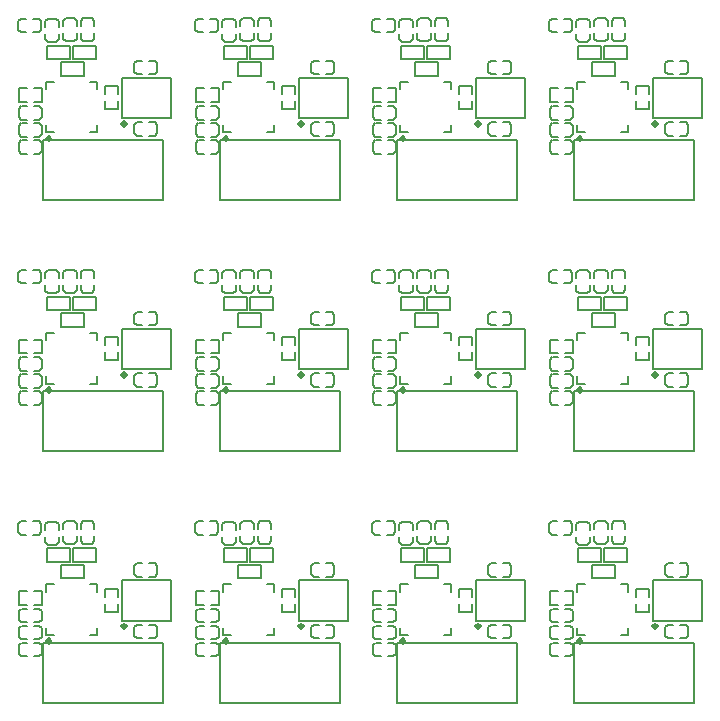
<source format=gto>
G04*
G04 #@! TF.GenerationSoftware,Altium Limited,Altium Designer,18.1.7 (191)*
G04*
G04 Layer_Color=65535*
%FSLAX25Y25*%
%MOIN*%
G70*
G01*
G75*
%ADD37C,0.00787*%
%ADD38C,0.01181*%
%ADD39C,0.00800*%
D37*
X169161Y200957D02*
X170028Y200091D01*
Y204618D02*
X169161Y203752D01*
X175972Y200091D02*
X176839Y200957D01*
Y203752D02*
X175972Y204618D01*
X178852Y233665D02*
X177986Y232799D01*
X182514D02*
X181648Y233665D01*
X177986Y226854D02*
X178852Y225988D01*
X181648D02*
X182514Y226854D01*
X176665Y232898D02*
X175799Y233764D01*
Y229236D02*
X176665Y230102D01*
X169854Y233764D02*
X168988Y232898D01*
Y230102D02*
X169854Y229236D01*
X176839Y198043D02*
X175972Y198909D01*
Y194382D02*
X176839Y195248D01*
X170028Y198909D02*
X169161Y198043D01*
Y195248D02*
X170028Y194382D01*
X176839Y192398D02*
X175972Y193264D01*
Y188736D02*
X176839Y189602D01*
X170028Y193264D02*
X169161Y192398D01*
Y189602D02*
X170028Y188736D01*
X187616Y226161D02*
X188482Y227028D01*
X183955D02*
X184821Y226161D01*
X188482Y232972D02*
X187616Y233839D01*
X184821D02*
X183955Y232972D01*
X193398Y226161D02*
X194264Y227028D01*
X189736D02*
X190602Y226161D01*
X194264Y232972D02*
X193398Y233839D01*
X190602D02*
X189736Y232972D01*
X215339Y218898D02*
X214472Y219764D01*
Y215236D02*
X215339Y216102D01*
X208528Y219764D02*
X207661Y218898D01*
Y216102D02*
X208528Y215236D01*
X207661Y195602D02*
X208528Y194736D01*
Y199264D02*
X207661Y198398D01*
X214472Y194736D02*
X215339Y195602D01*
Y198398D02*
X214472Y199264D01*
X186339Y220236D02*
Y224764D01*
X178661D02*
X186339D01*
X178661Y220236D02*
Y224764D01*
Y220236D02*
X186339D01*
X177150Y193300D02*
X217150D01*
X177150Y173300D02*
X217150D01*
Y193300D01*
X177150Y173300D02*
Y193300D01*
X176839Y205996D02*
Y210524D01*
X169161Y205996D02*
Y210524D01*
X174181Y205996D02*
X176839D01*
X169161D02*
X171819D01*
X174181Y210524D02*
X176839D01*
X169161D02*
X171819D01*
X169161Y200957D02*
Y203752D01*
X170047Y200091D02*
X171819D01*
X170047Y204618D02*
X171819D01*
X174181Y200091D02*
X175953D01*
X174181Y204618D02*
X175953D01*
X176839Y200957D02*
Y203752D01*
X195215Y195835D02*
Y198296D01*
X192754Y195835D02*
X195215D01*
Y210304D02*
Y212765D01*
X192754D02*
X195215D01*
X178285D02*
X180746D01*
X178285Y210304D02*
Y212765D01*
Y195835D02*
Y198296D01*
Y195835D02*
X180746D01*
X178852Y233665D02*
X181648D01*
X177986Y231008D02*
Y232780D01*
X182514Y231008D02*
Y232780D01*
X177986Y226874D02*
Y228646D01*
X182514Y226874D02*
Y228646D01*
X178852Y225988D02*
X181648D01*
X190839Y214736D02*
Y219264D01*
X183161D02*
X190839D01*
X183161Y214736D02*
Y219264D01*
Y214736D02*
X190839D01*
X176665Y230102D02*
Y232898D01*
X174008Y233764D02*
X175779D01*
X174008Y229236D02*
X175779D01*
X169874Y233764D02*
X171646D01*
X169874Y229236D02*
X171646D01*
X168988Y230102D02*
Y232898D01*
X176839Y195248D02*
Y198043D01*
X174181Y198909D02*
X175953D01*
X174181Y194382D02*
X175953D01*
X170047Y198909D02*
X171819D01*
X170047Y194382D02*
X171819D01*
X169161Y195248D02*
Y198043D01*
X176839Y189602D02*
Y192398D01*
X174181Y193264D02*
X175953D01*
X174181Y188736D02*
X175953D01*
X170047Y193264D02*
X171819D01*
X170047Y188736D02*
X171819D01*
X169161Y189602D02*
Y192398D01*
X187335Y220236D02*
Y224764D01*
Y220236D02*
X195012D01*
Y224764D01*
X187335D02*
X195012D01*
X197736Y203661D02*
X202264D01*
X197736Y211339D02*
X202264D01*
X197736Y203661D02*
Y206319D01*
Y208681D02*
Y211339D01*
X202264Y203661D02*
Y206319D01*
Y208681D02*
Y211339D01*
X184821Y226161D02*
X187616D01*
X188482Y227047D02*
Y228819D01*
X183955Y227047D02*
Y228819D01*
X188482Y231181D02*
Y232953D01*
X183955Y231181D02*
Y232953D01*
X184821Y233839D02*
X187616D01*
X190602Y226161D02*
X193398D01*
X194264Y227047D02*
Y228819D01*
X189736Y227047D02*
Y228819D01*
X194264Y231181D02*
Y232953D01*
X189736Y231181D02*
Y232953D01*
X190602Y233839D02*
X193398D01*
X215339Y216102D02*
Y218898D01*
X212681Y219764D02*
X214453D01*
X212681Y215236D02*
X214453D01*
X208547Y219764D02*
X210319D01*
X208547Y215236D02*
X210319D01*
X207661Y216102D02*
Y218898D01*
X207661Y195602D02*
Y198398D01*
X208547Y194736D02*
X210319D01*
X208547Y199264D02*
X210319D01*
X212681Y194736D02*
X214453D01*
X212681Y199264D02*
X214453D01*
X215339Y195602D02*
Y198398D01*
X228161Y200957D02*
X229028Y200091D01*
Y204618D02*
X228161Y203752D01*
X234972Y200091D02*
X235839Y200957D01*
Y203752D02*
X234972Y204618D01*
X237852Y233665D02*
X236986Y232799D01*
X241514D02*
X240648Y233665D01*
X236986Y226854D02*
X237852Y225988D01*
X240648D02*
X241514Y226854D01*
X235665Y232898D02*
X234799Y233764D01*
Y229236D02*
X235665Y230102D01*
X228854Y233764D02*
X227988Y232898D01*
Y230102D02*
X228854Y229236D01*
X235839Y198043D02*
X234972Y198909D01*
Y194382D02*
X235839Y195248D01*
X229028Y198909D02*
X228161Y198043D01*
Y195248D02*
X229028Y194382D01*
X235839Y192398D02*
X234972Y193264D01*
Y188736D02*
X235839Y189602D01*
X229028Y193264D02*
X228161Y192398D01*
Y189602D02*
X229028Y188736D01*
X246616Y226161D02*
X247482Y227028D01*
X242955D02*
X243821Y226161D01*
X247482Y232972D02*
X246616Y233839D01*
X243821D02*
X242955Y232972D01*
X252398Y226161D02*
X253264Y227028D01*
X248736D02*
X249602Y226161D01*
X253264Y232972D02*
X252398Y233839D01*
X249602D02*
X248736Y232972D01*
X274339Y218898D02*
X273472Y219764D01*
Y215236D02*
X274339Y216102D01*
X267528Y219764D02*
X266661Y218898D01*
Y216102D02*
X267528Y215236D01*
X266661Y195602D02*
X267528Y194736D01*
Y199264D02*
X266661Y198398D01*
X273472Y194736D02*
X274339Y195602D01*
Y198398D02*
X273472Y199264D01*
X245339Y220236D02*
Y224764D01*
X237661D02*
X245339D01*
X237661Y220236D02*
Y224764D01*
Y220236D02*
X245339D01*
X236150Y193300D02*
X276150D01*
X236150Y173300D02*
X276150D01*
Y193300D01*
X236150Y173300D02*
Y193300D01*
X235839Y205996D02*
Y210524D01*
X228161Y205996D02*
Y210524D01*
X233181Y205996D02*
X235839D01*
X228161D02*
X230819D01*
X233181Y210524D02*
X235839D01*
X228161D02*
X230819D01*
X228161Y200957D02*
Y203752D01*
X229047Y200091D02*
X230819D01*
X229047Y204618D02*
X230819D01*
X233181Y200091D02*
X234953D01*
X233181Y204618D02*
X234953D01*
X235839Y200957D02*
Y203752D01*
X254215Y195835D02*
Y198296D01*
X251754Y195835D02*
X254215D01*
Y210304D02*
Y212765D01*
X251754D02*
X254215D01*
X237285D02*
X239746D01*
X237285Y210304D02*
Y212765D01*
Y195835D02*
Y198296D01*
Y195835D02*
X239746D01*
X237852Y233665D02*
X240648D01*
X236986Y231008D02*
Y232780D01*
X241514Y231008D02*
Y232780D01*
X236986Y226874D02*
Y228646D01*
X241514Y226874D02*
Y228646D01*
X237852Y225988D02*
X240648D01*
X249839Y214736D02*
Y219264D01*
X242161D02*
X249839D01*
X242161Y214736D02*
Y219264D01*
Y214736D02*
X249839D01*
X235665Y230102D02*
Y232898D01*
X233008Y233764D02*
X234780D01*
X233008Y229236D02*
X234780D01*
X228874Y233764D02*
X230646D01*
X228874Y229236D02*
X230646D01*
X227988Y230102D02*
Y232898D01*
X235839Y195248D02*
Y198043D01*
X233181Y198909D02*
X234953D01*
X233181Y194382D02*
X234953D01*
X229047Y198909D02*
X230819D01*
X229047Y194382D02*
X230819D01*
X228161Y195248D02*
Y198043D01*
X235839Y189602D02*
Y192398D01*
X233181Y193264D02*
X234953D01*
X233181Y188736D02*
X234953D01*
X229047Y193264D02*
X230819D01*
X229047Y188736D02*
X230819D01*
X228161Y189602D02*
Y192398D01*
X246335Y220236D02*
Y224764D01*
Y220236D02*
X254012D01*
Y224764D01*
X246335D02*
X254012D01*
X256736Y203661D02*
X261264D01*
X256736Y211339D02*
X261264D01*
X256736Y203661D02*
Y206319D01*
Y208681D02*
Y211339D01*
X261264Y203661D02*
Y206319D01*
Y208681D02*
Y211339D01*
X243821Y226161D02*
X246616D01*
X247482Y227047D02*
Y228819D01*
X242955Y227047D02*
Y228819D01*
X247482Y231181D02*
Y232953D01*
X242955Y231181D02*
Y232953D01*
X243821Y233839D02*
X246616D01*
X249602Y226161D02*
X252398D01*
X253264Y227047D02*
Y228819D01*
X248736Y227047D02*
Y228819D01*
X253264Y231181D02*
Y232953D01*
X248736Y231181D02*
Y232953D01*
X249602Y233839D02*
X252398D01*
X274339Y216102D02*
Y218898D01*
X271681Y219764D02*
X273453D01*
X271681Y215236D02*
X273453D01*
X267547Y219764D02*
X269319D01*
X267547Y215236D02*
X269319D01*
X266661Y216102D02*
Y218898D01*
X266661Y195602D02*
Y198398D01*
X267547Y194736D02*
X269319D01*
X267547Y199264D02*
X269319D01*
X271681Y194736D02*
X273453D01*
X271681Y199264D02*
X273453D01*
X274339Y195602D02*
Y198398D01*
X287161Y200957D02*
X288028Y200091D01*
Y204618D02*
X287161Y203752D01*
X293972Y200091D02*
X294839Y200957D01*
Y203752D02*
X293972Y204618D01*
X296852Y233665D02*
X295986Y232799D01*
X300514D02*
X299648Y233665D01*
X295986Y226854D02*
X296852Y225988D01*
X299648D02*
X300514Y226854D01*
X294665Y232898D02*
X293799Y233764D01*
Y229236D02*
X294665Y230102D01*
X287854Y233764D02*
X286988Y232898D01*
Y230102D02*
X287854Y229236D01*
X294839Y198043D02*
X293972Y198909D01*
Y194382D02*
X294839Y195248D01*
X288028Y198909D02*
X287161Y198043D01*
Y195248D02*
X288028Y194382D01*
X294839Y192398D02*
X293972Y193264D01*
Y188736D02*
X294839Y189602D01*
X288028Y193264D02*
X287161Y192398D01*
Y189602D02*
X288028Y188736D01*
X305616Y226161D02*
X306482Y227028D01*
X301955D02*
X302821Y226161D01*
X306482Y232972D02*
X305616Y233839D01*
X302821D02*
X301955Y232972D01*
X311398Y226161D02*
X312264Y227028D01*
X307736D02*
X308602Y226161D01*
X312264Y232972D02*
X311398Y233839D01*
X308602D02*
X307736Y232972D01*
X333339Y218898D02*
X332472Y219764D01*
Y215236D02*
X333339Y216102D01*
X326528Y219764D02*
X325661Y218898D01*
Y216102D02*
X326528Y215236D01*
X325661Y195602D02*
X326528Y194736D01*
Y199264D02*
X325661Y198398D01*
X332472Y194736D02*
X333339Y195602D01*
Y198398D02*
X332472Y199264D01*
X304339Y220236D02*
Y224764D01*
X296661D02*
X304339D01*
X296661Y220236D02*
Y224764D01*
Y220236D02*
X304339D01*
X295150Y193300D02*
X335150D01*
X295150Y173300D02*
X335150D01*
Y193300D01*
X295150Y173300D02*
Y193300D01*
X294839Y205996D02*
Y210524D01*
X287161Y205996D02*
Y210524D01*
X292181Y205996D02*
X294839D01*
X287161D02*
X289819D01*
X292181Y210524D02*
X294839D01*
X287161D02*
X289819D01*
X287161Y200957D02*
Y203752D01*
X288047Y200091D02*
X289819D01*
X288047Y204618D02*
X289819D01*
X292181Y200091D02*
X293953D01*
X292181Y204618D02*
X293953D01*
X294839Y200957D02*
Y203752D01*
X313215Y195835D02*
Y198296D01*
X310754Y195835D02*
X313215D01*
Y210304D02*
Y212765D01*
X310754D02*
X313215D01*
X296285D02*
X298746D01*
X296285Y210304D02*
Y212765D01*
Y195835D02*
Y198296D01*
Y195835D02*
X298746D01*
X296852Y233665D02*
X299648D01*
X295986Y231008D02*
Y232780D01*
X300514Y231008D02*
Y232780D01*
X295986Y226874D02*
Y228646D01*
X300514Y226874D02*
Y228646D01*
X296852Y225988D02*
X299648D01*
X308839Y214736D02*
Y219264D01*
X301161D02*
X308839D01*
X301161Y214736D02*
Y219264D01*
Y214736D02*
X308839D01*
X294665Y230102D02*
Y232898D01*
X292008Y233764D02*
X293779D01*
X292008Y229236D02*
X293779D01*
X287874Y233764D02*
X289646D01*
X287874Y229236D02*
X289646D01*
X286988Y230102D02*
Y232898D01*
X294839Y195248D02*
Y198043D01*
X292181Y198909D02*
X293953D01*
X292181Y194382D02*
X293953D01*
X288047Y198909D02*
X289819D01*
X288047Y194382D02*
X289819D01*
X287161Y195248D02*
Y198043D01*
X294839Y189602D02*
Y192398D01*
X292181Y193264D02*
X293953D01*
X292181Y188736D02*
X293953D01*
X288047Y193264D02*
X289819D01*
X288047Y188736D02*
X289819D01*
X287161Y189602D02*
Y192398D01*
X305335Y220236D02*
Y224764D01*
Y220236D02*
X313012D01*
Y224764D01*
X305335D02*
X313012D01*
X315736Y203661D02*
X320264D01*
X315736Y211339D02*
X320264D01*
X315736Y203661D02*
Y206319D01*
Y208681D02*
Y211339D01*
X320264Y203661D02*
Y206319D01*
Y208681D02*
Y211339D01*
X302821Y226161D02*
X305616D01*
X306482Y227047D02*
Y228819D01*
X301955Y227047D02*
Y228819D01*
X306482Y231181D02*
Y232953D01*
X301955Y231181D02*
Y232953D01*
X302821Y233839D02*
X305616D01*
X308602Y226161D02*
X311398D01*
X312264Y227047D02*
Y228819D01*
X307736Y227047D02*
Y228819D01*
X312264Y231181D02*
Y232953D01*
X307736Y231181D02*
Y232953D01*
X308602Y233839D02*
X311398D01*
X333339Y216102D02*
Y218898D01*
X330681Y219764D02*
X332453D01*
X330681Y215236D02*
X332453D01*
X326547Y219764D02*
X328319D01*
X326547Y215236D02*
X328319D01*
X325661Y216102D02*
Y218898D01*
X325661Y195602D02*
Y198398D01*
X326547Y194736D02*
X328319D01*
X326547Y199264D02*
X328319D01*
X330681Y194736D02*
X332453D01*
X330681Y199264D02*
X332453D01*
X333339Y195602D02*
Y198398D01*
X346161Y200957D02*
X347028Y200091D01*
Y204618D02*
X346161Y203752D01*
X352972Y200091D02*
X353839Y200957D01*
Y203752D02*
X352972Y204618D01*
X355852Y233665D02*
X354986Y232799D01*
X359514D02*
X358648Y233665D01*
X354986Y226854D02*
X355852Y225988D01*
X358648D02*
X359514Y226854D01*
X353665Y232898D02*
X352799Y233764D01*
Y229236D02*
X353665Y230102D01*
X346854Y233764D02*
X345988Y232898D01*
Y230102D02*
X346854Y229236D01*
X353839Y198043D02*
X352972Y198909D01*
Y194382D02*
X353839Y195248D01*
X347028Y198909D02*
X346161Y198043D01*
Y195248D02*
X347028Y194382D01*
X353839Y192398D02*
X352972Y193264D01*
Y188736D02*
X353839Y189602D01*
X347028Y193264D02*
X346161Y192398D01*
Y189602D02*
X347028Y188736D01*
X364616Y226161D02*
X365482Y227028D01*
X360955D02*
X361821Y226161D01*
X365482Y232972D02*
X364616Y233839D01*
X361821D02*
X360955Y232972D01*
X370398Y226161D02*
X371264Y227028D01*
X366736D02*
X367602Y226161D01*
X371264Y232972D02*
X370398Y233839D01*
X367602D02*
X366736Y232972D01*
X392339Y218898D02*
X391472Y219764D01*
Y215236D02*
X392339Y216102D01*
X385528Y219764D02*
X384661Y218898D01*
Y216102D02*
X385528Y215236D01*
X384661Y195602D02*
X385528Y194736D01*
Y199264D02*
X384661Y198398D01*
X391472Y194736D02*
X392339Y195602D01*
Y198398D02*
X391472Y199264D01*
X363339Y220236D02*
Y224764D01*
X355661D02*
X363339D01*
X355661Y220236D02*
Y224764D01*
Y220236D02*
X363339D01*
X354150Y193300D02*
X394150D01*
X354150Y173300D02*
X394150D01*
Y193300D01*
X354150Y173300D02*
Y193300D01*
X353839Y205996D02*
Y210524D01*
X346161Y205996D02*
Y210524D01*
X351181Y205996D02*
X353839D01*
X346161D02*
X348819D01*
X351181Y210524D02*
X353839D01*
X346161D02*
X348819D01*
X346161Y200957D02*
Y203752D01*
X347047Y200091D02*
X348819D01*
X347047Y204618D02*
X348819D01*
X351181Y200091D02*
X352953D01*
X351181Y204618D02*
X352953D01*
X353839Y200957D02*
Y203752D01*
X372215Y195835D02*
Y198296D01*
X369754Y195835D02*
X372215D01*
Y210304D02*
Y212765D01*
X369754D02*
X372215D01*
X355285D02*
X357746D01*
X355285Y210304D02*
Y212765D01*
Y195835D02*
Y198296D01*
Y195835D02*
X357746D01*
X355852Y233665D02*
X358648D01*
X354986Y231008D02*
Y232780D01*
X359514Y231008D02*
Y232780D01*
X354986Y226874D02*
Y228646D01*
X359514Y226874D02*
Y228646D01*
X355852Y225988D02*
X358648D01*
X367839Y214736D02*
Y219264D01*
X360161D02*
X367839D01*
X360161Y214736D02*
Y219264D01*
Y214736D02*
X367839D01*
X353665Y230102D02*
Y232898D01*
X351008Y233764D02*
X352780D01*
X351008Y229236D02*
X352780D01*
X346874Y233764D02*
X348646D01*
X346874Y229236D02*
X348646D01*
X345988Y230102D02*
Y232898D01*
X353839Y195248D02*
Y198043D01*
X351181Y198909D02*
X352953D01*
X351181Y194382D02*
X352953D01*
X347047Y198909D02*
X348819D01*
X347047Y194382D02*
X348819D01*
X346161Y195248D02*
Y198043D01*
X353839Y189602D02*
Y192398D01*
X351181Y193264D02*
X352953D01*
X351181Y188736D02*
X352953D01*
X347047Y193264D02*
X348819D01*
X347047Y188736D02*
X348819D01*
X346161Y189602D02*
Y192398D01*
X364335Y220236D02*
Y224764D01*
Y220236D02*
X372012D01*
Y224764D01*
X364335D02*
X372012D01*
X374736Y203661D02*
X379264D01*
X374736Y211339D02*
X379264D01*
X374736Y203661D02*
Y206319D01*
Y208681D02*
Y211339D01*
X379264Y203661D02*
Y206319D01*
Y208681D02*
Y211339D01*
X361821Y226161D02*
X364616D01*
X365482Y227047D02*
Y228819D01*
X360955Y227047D02*
Y228819D01*
X365482Y231181D02*
Y232953D01*
X360955Y231181D02*
Y232953D01*
X361821Y233839D02*
X364616D01*
X367602Y226161D02*
X370398D01*
X371264Y227047D02*
Y228819D01*
X366736Y227047D02*
Y228819D01*
X371264Y231181D02*
Y232953D01*
X366736Y231181D02*
Y232953D01*
X367602Y233839D02*
X370398D01*
X392339Y216102D02*
Y218898D01*
X389681Y219764D02*
X391453D01*
X389681Y215236D02*
X391453D01*
X385547Y219764D02*
X387319D01*
X385547Y215236D02*
X387319D01*
X384661Y216102D02*
Y218898D01*
X384661Y195602D02*
Y198398D01*
X385547Y194736D02*
X387319D01*
X385547Y199264D02*
X387319D01*
X389681Y194736D02*
X391453D01*
X389681Y199264D02*
X391453D01*
X392339Y195602D02*
Y198398D01*
X169161Y284738D02*
X170028Y283872D01*
Y288400D02*
X169161Y287534D01*
X175972Y283872D02*
X176839Y284738D01*
Y287534D02*
X175972Y288400D01*
X178852Y317447D02*
X177986Y316581D01*
X182514D02*
X181648Y317447D01*
X177986Y310636D02*
X178852Y309770D01*
X181648D02*
X182514Y310636D01*
X176665Y316679D02*
X175799Y317546D01*
Y313018D02*
X176665Y313884D01*
X169854Y317546D02*
X168988Y316679D01*
Y313884D02*
X169854Y313018D01*
X176839Y281825D02*
X175972Y282691D01*
Y278164D02*
X176839Y279030D01*
X170028Y282691D02*
X169161Y281825D01*
Y279030D02*
X170028Y278164D01*
X176839Y276179D02*
X175972Y277045D01*
Y272518D02*
X176839Y273384D01*
X170028Y277045D02*
X169161Y276179D01*
Y273384D02*
X170028Y272518D01*
X187616Y309943D02*
X188482Y310809D01*
X183955D02*
X184821Y309943D01*
X188482Y316754D02*
X187616Y317620D01*
X184821D02*
X183955Y316754D01*
X193398Y309943D02*
X194264Y310809D01*
X189736D02*
X190602Y309943D01*
X194264Y316754D02*
X193398Y317620D01*
X190602D02*
X189736Y316754D01*
X215339Y302679D02*
X214472Y303545D01*
Y299018D02*
X215339Y299884D01*
X208528Y303545D02*
X207661Y302679D01*
Y299884D02*
X208528Y299018D01*
X207661Y279384D02*
X208528Y278518D01*
Y283046D02*
X207661Y282179D01*
X214472Y278518D02*
X215339Y279384D01*
Y282179D02*
X214472Y283046D01*
X186339Y304018D02*
Y308545D01*
X178661D02*
X186339D01*
X178661Y304018D02*
Y308545D01*
Y304018D02*
X186339D01*
X177150Y277082D02*
X217150D01*
X177150Y257082D02*
X217150D01*
Y277082D01*
X177150Y257082D02*
Y277082D01*
X176839Y289778D02*
Y294305D01*
X169161Y289778D02*
Y294305D01*
X174181Y289778D02*
X176839D01*
X169161D02*
X171819D01*
X174181Y294305D02*
X176839D01*
X169161D02*
X171819D01*
X169161Y284738D02*
Y287534D01*
X170047Y283872D02*
X171819D01*
X170047Y288400D02*
X171819D01*
X174181Y283872D02*
X175953D01*
X174181Y288400D02*
X175953D01*
X176839Y284738D02*
Y287534D01*
X195215Y279617D02*
Y282078D01*
X192754Y279617D02*
X195215D01*
Y294086D02*
Y296546D01*
X192754D02*
X195215D01*
X178285D02*
X180746D01*
X178285Y294086D02*
Y296546D01*
Y279617D02*
Y282078D01*
Y279617D02*
X180746D01*
X178852Y317447D02*
X181648D01*
X177986Y314790D02*
Y316561D01*
X182514Y314790D02*
Y316561D01*
X177986Y310656D02*
Y312427D01*
X182514Y310656D02*
Y312427D01*
X178852Y309770D02*
X181648D01*
X190839Y298518D02*
Y303046D01*
X183161D02*
X190839D01*
X183161Y298518D02*
Y303046D01*
Y298518D02*
X190839D01*
X176665Y313884D02*
Y316679D01*
X174008Y317546D02*
X175779D01*
X174008Y313018D02*
X175779D01*
X169874Y317546D02*
X171646D01*
X169874Y313018D02*
X171646D01*
X168988Y313884D02*
Y316679D01*
X176839Y279030D02*
Y281825D01*
X174181Y282691D02*
X175953D01*
X174181Y278164D02*
X175953D01*
X170047Y282691D02*
X171819D01*
X170047Y278164D02*
X171819D01*
X169161Y279030D02*
Y281825D01*
X176839Y273384D02*
Y276179D01*
X174181Y277045D02*
X175953D01*
X174181Y272518D02*
X175953D01*
X170047Y277045D02*
X171819D01*
X170047Y272518D02*
X171819D01*
X169161Y273384D02*
Y276179D01*
X187335Y304018D02*
Y308545D01*
Y304018D02*
X195012D01*
Y308545D01*
X187335D02*
X195012D01*
X197736Y287443D02*
X202264D01*
X197736Y295120D02*
X202264D01*
X197736Y287443D02*
Y290101D01*
Y292463D02*
Y295120D01*
X202264Y287443D02*
Y290101D01*
Y292463D02*
Y295120D01*
X184821Y309943D02*
X187616D01*
X188482Y310829D02*
Y312601D01*
X183955Y310829D02*
Y312601D01*
X188482Y314963D02*
Y316735D01*
X183955Y314963D02*
Y316735D01*
X184821Y317620D02*
X187616D01*
X190602Y309943D02*
X193398D01*
X194264Y310829D02*
Y312601D01*
X189736Y310829D02*
Y312601D01*
X194264Y314963D02*
Y316735D01*
X189736Y314963D02*
Y316735D01*
X190602Y317620D02*
X193398D01*
X215339Y299884D02*
Y302679D01*
X212681Y303545D02*
X214453D01*
X212681Y299018D02*
X214453D01*
X208547Y303545D02*
X210319D01*
X208547Y299018D02*
X210319D01*
X207661Y299884D02*
Y302679D01*
X207661Y279384D02*
Y282179D01*
X208547Y278518D02*
X210319D01*
X208547Y283046D02*
X210319D01*
X212681Y278518D02*
X214453D01*
X212681Y283046D02*
X214453D01*
X215339Y279384D02*
Y282179D01*
X228161Y284738D02*
X229028Y283872D01*
Y288400D02*
X228161Y287534D01*
X234972Y283872D02*
X235839Y284738D01*
Y287534D02*
X234972Y288400D01*
X237852Y317447D02*
X236986Y316581D01*
X241514D02*
X240648Y317447D01*
X236986Y310636D02*
X237852Y309770D01*
X240648D02*
X241514Y310636D01*
X235665Y316679D02*
X234799Y317546D01*
Y313018D02*
X235665Y313884D01*
X228854Y317546D02*
X227988Y316679D01*
Y313884D02*
X228854Y313018D01*
X235839Y281825D02*
X234972Y282691D01*
Y278164D02*
X235839Y279030D01*
X229028Y282691D02*
X228161Y281825D01*
Y279030D02*
X229028Y278164D01*
X235839Y276179D02*
X234972Y277045D01*
Y272518D02*
X235839Y273384D01*
X229028Y277045D02*
X228161Y276179D01*
Y273384D02*
X229028Y272518D01*
X246616Y309943D02*
X247482Y310809D01*
X242955D02*
X243821Y309943D01*
X247482Y316754D02*
X246616Y317620D01*
X243821D02*
X242955Y316754D01*
X252398Y309943D02*
X253264Y310809D01*
X248736D02*
X249602Y309943D01*
X253264Y316754D02*
X252398Y317620D01*
X249602D02*
X248736Y316754D01*
X274339Y302679D02*
X273472Y303545D01*
Y299018D02*
X274339Y299884D01*
X267528Y303545D02*
X266661Y302679D01*
Y299884D02*
X267528Y299018D01*
X266661Y279384D02*
X267528Y278518D01*
Y283046D02*
X266661Y282179D01*
X273472Y278518D02*
X274339Y279384D01*
Y282179D02*
X273472Y283046D01*
X245339Y304018D02*
Y308545D01*
X237661D02*
X245339D01*
X237661Y304018D02*
Y308545D01*
Y304018D02*
X245339D01*
X236150Y277082D02*
X276150D01*
X236150Y257082D02*
X276150D01*
Y277082D01*
X236150Y257082D02*
Y277082D01*
X235839Y289778D02*
Y294305D01*
X228161Y289778D02*
Y294305D01*
X233181Y289778D02*
X235839D01*
X228161D02*
X230819D01*
X233181Y294305D02*
X235839D01*
X228161D02*
X230819D01*
X228161Y284738D02*
Y287534D01*
X229047Y283872D02*
X230819D01*
X229047Y288400D02*
X230819D01*
X233181Y283872D02*
X234953D01*
X233181Y288400D02*
X234953D01*
X235839Y284738D02*
Y287534D01*
X254215Y279617D02*
Y282078D01*
X251754Y279617D02*
X254215D01*
Y294086D02*
Y296546D01*
X251754D02*
X254215D01*
X237285D02*
X239746D01*
X237285Y294086D02*
Y296546D01*
Y279617D02*
Y282078D01*
Y279617D02*
X239746D01*
X237852Y317447D02*
X240648D01*
X236986Y314790D02*
Y316561D01*
X241514Y314790D02*
Y316561D01*
X236986Y310656D02*
Y312427D01*
X241514Y310656D02*
Y312427D01*
X237852Y309770D02*
X240648D01*
X249839Y298518D02*
Y303046D01*
X242161D02*
X249839D01*
X242161Y298518D02*
Y303046D01*
Y298518D02*
X249839D01*
X235665Y313884D02*
Y316679D01*
X233008Y317546D02*
X234780D01*
X233008Y313018D02*
X234780D01*
X228874Y317546D02*
X230646D01*
X228874Y313018D02*
X230646D01*
X227988Y313884D02*
Y316679D01*
X235839Y279030D02*
Y281825D01*
X233181Y282691D02*
X234953D01*
X233181Y278164D02*
X234953D01*
X229047Y282691D02*
X230819D01*
X229047Y278164D02*
X230819D01*
X228161Y279030D02*
Y281825D01*
X235839Y273384D02*
Y276179D01*
X233181Y277045D02*
X234953D01*
X233181Y272518D02*
X234953D01*
X229047Y277045D02*
X230819D01*
X229047Y272518D02*
X230819D01*
X228161Y273384D02*
Y276179D01*
X246335Y304018D02*
Y308545D01*
Y304018D02*
X254012D01*
Y308545D01*
X246335D02*
X254012D01*
X256736Y287443D02*
X261264D01*
X256736Y295120D02*
X261264D01*
X256736Y287443D02*
Y290101D01*
Y292463D02*
Y295120D01*
X261264Y287443D02*
Y290101D01*
Y292463D02*
Y295120D01*
X243821Y309943D02*
X246616D01*
X247482Y310829D02*
Y312601D01*
X242955Y310829D02*
Y312601D01*
X247482Y314963D02*
Y316735D01*
X242955Y314963D02*
Y316735D01*
X243821Y317620D02*
X246616D01*
X249602Y309943D02*
X252398D01*
X253264Y310829D02*
Y312601D01*
X248736Y310829D02*
Y312601D01*
X253264Y314963D02*
Y316735D01*
X248736Y314963D02*
Y316735D01*
X249602Y317620D02*
X252398D01*
X274339Y299884D02*
Y302679D01*
X271681Y303545D02*
X273453D01*
X271681Y299018D02*
X273453D01*
X267547Y303545D02*
X269319D01*
X267547Y299018D02*
X269319D01*
X266661Y299884D02*
Y302679D01*
X266661Y279384D02*
Y282179D01*
X267547Y278518D02*
X269319D01*
X267547Y283046D02*
X269319D01*
X271681Y278518D02*
X273453D01*
X271681Y283046D02*
X273453D01*
X274339Y279384D02*
Y282179D01*
X287161Y284738D02*
X288028Y283872D01*
Y288400D02*
X287161Y287534D01*
X293972Y283872D02*
X294839Y284738D01*
Y287534D02*
X293972Y288400D01*
X296852Y317447D02*
X295986Y316581D01*
X300514D02*
X299648Y317447D01*
X295986Y310636D02*
X296852Y309770D01*
X299648D02*
X300514Y310636D01*
X294665Y316679D02*
X293799Y317546D01*
Y313018D02*
X294665Y313884D01*
X287854Y317546D02*
X286988Y316679D01*
Y313884D02*
X287854Y313018D01*
X294839Y281825D02*
X293972Y282691D01*
Y278164D02*
X294839Y279030D01*
X288028Y282691D02*
X287161Y281825D01*
Y279030D02*
X288028Y278164D01*
X294839Y276179D02*
X293972Y277045D01*
Y272518D02*
X294839Y273384D01*
X288028Y277045D02*
X287161Y276179D01*
Y273384D02*
X288028Y272518D01*
X305616Y309943D02*
X306482Y310809D01*
X301955D02*
X302821Y309943D01*
X306482Y316754D02*
X305616Y317620D01*
X302821D02*
X301955Y316754D01*
X311398Y309943D02*
X312264Y310809D01*
X307736D02*
X308602Y309943D01*
X312264Y316754D02*
X311398Y317620D01*
X308602D02*
X307736Y316754D01*
X333339Y302679D02*
X332472Y303545D01*
Y299018D02*
X333339Y299884D01*
X326528Y303545D02*
X325661Y302679D01*
Y299884D02*
X326528Y299018D01*
X325661Y279384D02*
X326528Y278518D01*
Y283046D02*
X325661Y282179D01*
X332472Y278518D02*
X333339Y279384D01*
Y282179D02*
X332472Y283046D01*
X304339Y304018D02*
Y308545D01*
X296661D02*
X304339D01*
X296661Y304018D02*
Y308545D01*
Y304018D02*
X304339D01*
X295150Y277082D02*
X335150D01*
X295150Y257082D02*
X335150D01*
Y277082D01*
X295150Y257082D02*
Y277082D01*
X294839Y289778D02*
Y294305D01*
X287161Y289778D02*
Y294305D01*
X292181Y289778D02*
X294839D01*
X287161D02*
X289819D01*
X292181Y294305D02*
X294839D01*
X287161D02*
X289819D01*
X287161Y284738D02*
Y287534D01*
X288047Y283872D02*
X289819D01*
X288047Y288400D02*
X289819D01*
X292181Y283872D02*
X293953D01*
X292181Y288400D02*
X293953D01*
X294839Y284738D02*
Y287534D01*
X313215Y279617D02*
Y282078D01*
X310754Y279617D02*
X313215D01*
Y294086D02*
Y296546D01*
X310754D02*
X313215D01*
X296285D02*
X298746D01*
X296285Y294086D02*
Y296546D01*
Y279617D02*
Y282078D01*
Y279617D02*
X298746D01*
X296852Y317447D02*
X299648D01*
X295986Y314790D02*
Y316561D01*
X300514Y314790D02*
Y316561D01*
X295986Y310656D02*
Y312427D01*
X300514Y310656D02*
Y312427D01*
X296852Y309770D02*
X299648D01*
X308839Y298518D02*
Y303046D01*
X301161D02*
X308839D01*
X301161Y298518D02*
Y303046D01*
Y298518D02*
X308839D01*
X294665Y313884D02*
Y316679D01*
X292008Y317546D02*
X293779D01*
X292008Y313018D02*
X293779D01*
X287874Y317546D02*
X289646D01*
X287874Y313018D02*
X289646D01*
X286988Y313884D02*
Y316679D01*
X294839Y279030D02*
Y281825D01*
X292181Y282691D02*
X293953D01*
X292181Y278164D02*
X293953D01*
X288047Y282691D02*
X289819D01*
X288047Y278164D02*
X289819D01*
X287161Y279030D02*
Y281825D01*
X294839Y273384D02*
Y276179D01*
X292181Y277045D02*
X293953D01*
X292181Y272518D02*
X293953D01*
X288047Y277045D02*
X289819D01*
X288047Y272518D02*
X289819D01*
X287161Y273384D02*
Y276179D01*
X305335Y304018D02*
Y308545D01*
Y304018D02*
X313012D01*
Y308545D01*
X305335D02*
X313012D01*
X315736Y287443D02*
X320264D01*
X315736Y295120D02*
X320264D01*
X315736Y287443D02*
Y290101D01*
Y292463D02*
Y295120D01*
X320264Y287443D02*
Y290101D01*
Y292463D02*
Y295120D01*
X302821Y309943D02*
X305616D01*
X306482Y310829D02*
Y312601D01*
X301955Y310829D02*
Y312601D01*
X306482Y314963D02*
Y316735D01*
X301955Y314963D02*
Y316735D01*
X302821Y317620D02*
X305616D01*
X308602Y309943D02*
X311398D01*
X312264Y310829D02*
Y312601D01*
X307736Y310829D02*
Y312601D01*
X312264Y314963D02*
Y316735D01*
X307736Y314963D02*
Y316735D01*
X308602Y317620D02*
X311398D01*
X333339Y299884D02*
Y302679D01*
X330681Y303545D02*
X332453D01*
X330681Y299018D02*
X332453D01*
X326547Y303545D02*
X328319D01*
X326547Y299018D02*
X328319D01*
X325661Y299884D02*
Y302679D01*
X325661Y279384D02*
Y282179D01*
X326547Y278518D02*
X328319D01*
X326547Y283046D02*
X328319D01*
X330681Y278518D02*
X332453D01*
X330681Y283046D02*
X332453D01*
X333339Y279384D02*
Y282179D01*
X346161Y284738D02*
X347028Y283872D01*
Y288400D02*
X346161Y287534D01*
X352972Y283872D02*
X353839Y284738D01*
Y287534D02*
X352972Y288400D01*
X355852Y317447D02*
X354986Y316581D01*
X359514D02*
X358648Y317447D01*
X354986Y310636D02*
X355852Y309770D01*
X358648D02*
X359514Y310636D01*
X353665Y316679D02*
X352799Y317546D01*
Y313018D02*
X353665Y313884D01*
X346854Y317546D02*
X345988Y316679D01*
Y313884D02*
X346854Y313018D01*
X353839Y281825D02*
X352972Y282691D01*
Y278164D02*
X353839Y279030D01*
X347028Y282691D02*
X346161Y281825D01*
Y279030D02*
X347028Y278164D01*
X353839Y276179D02*
X352972Y277045D01*
Y272518D02*
X353839Y273384D01*
X347028Y277045D02*
X346161Y276179D01*
Y273384D02*
X347028Y272518D01*
X364616Y309943D02*
X365482Y310809D01*
X360955D02*
X361821Y309943D01*
X365482Y316754D02*
X364616Y317620D01*
X361821D02*
X360955Y316754D01*
X370398Y309943D02*
X371264Y310809D01*
X366736D02*
X367602Y309943D01*
X371264Y316754D02*
X370398Y317620D01*
X367602D02*
X366736Y316754D01*
X392339Y302679D02*
X391472Y303545D01*
Y299018D02*
X392339Y299884D01*
X385528Y303545D02*
X384661Y302679D01*
Y299884D02*
X385528Y299018D01*
X384661Y279384D02*
X385528Y278518D01*
Y283046D02*
X384661Y282179D01*
X391472Y278518D02*
X392339Y279384D01*
Y282179D02*
X391472Y283046D01*
X363339Y304018D02*
Y308545D01*
X355661D02*
X363339D01*
X355661Y304018D02*
Y308545D01*
Y304018D02*
X363339D01*
X354150Y277082D02*
X394150D01*
X354150Y257082D02*
X394150D01*
Y277082D01*
X354150Y257082D02*
Y277082D01*
X353839Y289778D02*
Y294305D01*
X346161Y289778D02*
Y294305D01*
X351181Y289778D02*
X353839D01*
X346161D02*
X348819D01*
X351181Y294305D02*
X353839D01*
X346161D02*
X348819D01*
X346161Y284738D02*
Y287534D01*
X347047Y283872D02*
X348819D01*
X347047Y288400D02*
X348819D01*
X351181Y283872D02*
X352953D01*
X351181Y288400D02*
X352953D01*
X353839Y284738D02*
Y287534D01*
X372215Y279617D02*
Y282078D01*
X369754Y279617D02*
X372215D01*
Y294086D02*
Y296546D01*
X369754D02*
X372215D01*
X355285D02*
X357746D01*
X355285Y294086D02*
Y296546D01*
Y279617D02*
Y282078D01*
Y279617D02*
X357746D01*
X355852Y317447D02*
X358648D01*
X354986Y314790D02*
Y316561D01*
X359514Y314790D02*
Y316561D01*
X354986Y310656D02*
Y312427D01*
X359514Y310656D02*
Y312427D01*
X355852Y309770D02*
X358648D01*
X367839Y298518D02*
Y303046D01*
X360161D02*
X367839D01*
X360161Y298518D02*
Y303046D01*
Y298518D02*
X367839D01*
X353665Y313884D02*
Y316679D01*
X351008Y317546D02*
X352780D01*
X351008Y313018D02*
X352780D01*
X346874Y317546D02*
X348646D01*
X346874Y313018D02*
X348646D01*
X345988Y313884D02*
Y316679D01*
X353839Y279030D02*
Y281825D01*
X351181Y282691D02*
X352953D01*
X351181Y278164D02*
X352953D01*
X347047Y282691D02*
X348819D01*
X347047Y278164D02*
X348819D01*
X346161Y279030D02*
Y281825D01*
X353839Y273384D02*
Y276179D01*
X351181Y277045D02*
X352953D01*
X351181Y272518D02*
X352953D01*
X347047Y277045D02*
X348819D01*
X347047Y272518D02*
X348819D01*
X346161Y273384D02*
Y276179D01*
X364335Y304018D02*
Y308545D01*
Y304018D02*
X372012D01*
Y308545D01*
X364335D02*
X372012D01*
X374736Y287443D02*
X379264D01*
X374736Y295120D02*
X379264D01*
X374736Y287443D02*
Y290101D01*
Y292463D02*
Y295120D01*
X379264Y287443D02*
Y290101D01*
Y292463D02*
Y295120D01*
X361821Y309943D02*
X364616D01*
X365482Y310829D02*
Y312601D01*
X360955Y310829D02*
Y312601D01*
X365482Y314963D02*
Y316735D01*
X360955Y314963D02*
Y316735D01*
X361821Y317620D02*
X364616D01*
X367602Y309943D02*
X370398D01*
X371264Y310829D02*
Y312601D01*
X366736Y310829D02*
Y312601D01*
X371264Y314963D02*
Y316735D01*
X366736Y314963D02*
Y316735D01*
X367602Y317620D02*
X370398D01*
X392339Y299884D02*
Y302679D01*
X389681Y303545D02*
X391453D01*
X389681Y299018D02*
X391453D01*
X385547Y303545D02*
X387319D01*
X385547Y299018D02*
X387319D01*
X384661Y299884D02*
Y302679D01*
X384661Y279384D02*
Y282179D01*
X385547Y278518D02*
X387319D01*
X385547Y283046D02*
X387319D01*
X389681Y278518D02*
X391453D01*
X389681Y283046D02*
X391453D01*
X392339Y279384D02*
Y282179D01*
X169161Y368520D02*
X170028Y367654D01*
Y372182D02*
X169161Y371316D01*
X175972Y367654D02*
X176839Y368520D01*
Y371316D02*
X175972Y372182D01*
X178852Y401229D02*
X177986Y400363D01*
X182514D02*
X181648Y401229D01*
X177986Y394418D02*
X178852Y393552D01*
X181648D02*
X182514Y394418D01*
X176665Y400461D02*
X175799Y401327D01*
Y396800D02*
X176665Y397666D01*
X169854Y401327D02*
X168988Y400461D01*
Y397666D02*
X169854Y396800D01*
X176839Y365607D02*
X175972Y366473D01*
Y361945D02*
X176839Y362811D01*
X170028Y366473D02*
X169161Y365607D01*
Y362812D02*
X170028Y361945D01*
X176839Y359961D02*
X175972Y360827D01*
Y356300D02*
X176839Y357166D01*
X170028Y360827D02*
X169161Y359961D01*
Y357166D02*
X170028Y356300D01*
X187616Y393725D02*
X188482Y394591D01*
X183955D02*
X184821Y393725D01*
X188482Y400536D02*
X187616Y401402D01*
X184821D02*
X183955Y400536D01*
X193398Y393725D02*
X194264Y394591D01*
X189736D02*
X190602Y393725D01*
X194264Y400536D02*
X193398Y401402D01*
X190602D02*
X189736Y400536D01*
X215339Y386461D02*
X214472Y387327D01*
Y382800D02*
X215339Y383666D01*
X208528Y387327D02*
X207661Y386461D01*
Y383666D02*
X208528Y382800D01*
X207661Y363166D02*
X208528Y362300D01*
Y366827D02*
X207661Y365961D01*
X214472Y362300D02*
X215339Y363166D01*
Y365961D02*
X214472Y366827D01*
X186339Y387800D02*
Y392327D01*
X178661D02*
X186339D01*
X178661Y387800D02*
Y392327D01*
Y387800D02*
X186339D01*
X177150Y360863D02*
X217150D01*
X177150Y340863D02*
X217150D01*
Y360863D01*
X177150Y340863D02*
Y360863D01*
X176839Y373560D02*
Y378087D01*
X169161Y373560D02*
Y378087D01*
X174181Y373560D02*
X176839D01*
X169161D02*
X171819D01*
X174181Y378087D02*
X176839D01*
X169161D02*
X171819D01*
X169161Y368520D02*
Y371316D01*
X170047Y367654D02*
X171819D01*
X170047Y372182D02*
X171819D01*
X174181Y367654D02*
X175953D01*
X174181Y372182D02*
X175953D01*
X176839Y368520D02*
Y371316D01*
X195215Y363399D02*
Y365860D01*
X192754Y363399D02*
X195215D01*
Y377868D02*
Y380328D01*
X192754D02*
X195215D01*
X178285D02*
X180746D01*
X178285Y377868D02*
Y380328D01*
Y363399D02*
Y365860D01*
Y363399D02*
X180746D01*
X178852Y401229D02*
X181648D01*
X177986Y398571D02*
Y400343D01*
X182514Y398571D02*
Y400343D01*
X177986Y394438D02*
Y396209D01*
X182514Y394438D02*
Y396209D01*
X178852Y393552D02*
X181648D01*
X190839Y382300D02*
Y386827D01*
X183161D02*
X190839D01*
X183161Y382300D02*
Y386827D01*
Y382300D02*
X190839D01*
X176665Y397666D02*
Y400461D01*
X174008Y401327D02*
X175779D01*
X174008Y396800D02*
X175779D01*
X169874Y401327D02*
X171646D01*
X169874Y396800D02*
X171646D01*
X168988Y397666D02*
Y400461D01*
X176839Y362811D02*
Y365607D01*
X174181Y366473D02*
X175953D01*
X174181Y361945D02*
X175953D01*
X170047Y366473D02*
X171819D01*
X170047Y361945D02*
X171819D01*
X169161Y362812D02*
Y365607D01*
X176839Y357166D02*
Y359961D01*
X174181Y360827D02*
X175953D01*
X174181Y356300D02*
X175953D01*
X170047Y360827D02*
X171819D01*
X170047Y356300D02*
X171819D01*
X169161Y357166D02*
Y359961D01*
X187335Y387800D02*
Y392327D01*
Y387800D02*
X195012D01*
Y392327D01*
X187335D02*
X195012D01*
X197736Y371225D02*
X202264D01*
X197736Y378902D02*
X202264D01*
X197736Y371225D02*
Y373882D01*
Y376245D02*
Y378902D01*
X202264Y371225D02*
Y373882D01*
Y376245D02*
Y378902D01*
X184821Y393725D02*
X187616D01*
X188482Y394611D02*
Y396382D01*
X183955Y394611D02*
Y396382D01*
X188482Y398745D02*
Y400516D01*
X183955Y398745D02*
Y400516D01*
X184821Y401402D02*
X187616D01*
X190602Y393725D02*
X193398D01*
X194264Y394611D02*
Y396382D01*
X189736Y394611D02*
Y396382D01*
X194264Y398745D02*
Y400516D01*
X189736Y398745D02*
Y400516D01*
X190602Y401402D02*
X193398D01*
X215339Y383666D02*
Y386461D01*
X212681Y387327D02*
X214453D01*
X212681Y382800D02*
X214453D01*
X208547Y387327D02*
X210319D01*
X208547Y382800D02*
X210319D01*
X207661Y383666D02*
Y386461D01*
X207661Y363166D02*
Y365961D01*
X208547Y362300D02*
X210319D01*
X208547Y366827D02*
X210319D01*
X212681Y362300D02*
X214453D01*
X212681Y366827D02*
X214453D01*
X215339Y363166D02*
Y365961D01*
X228161Y368520D02*
X229028Y367654D01*
Y372182D02*
X228161Y371316D01*
X234972Y367654D02*
X235839Y368520D01*
Y371316D02*
X234972Y372182D01*
X237852Y401229D02*
X236986Y400363D01*
X241514D02*
X240648Y401229D01*
X236986Y394418D02*
X237852Y393552D01*
X240648D02*
X241514Y394418D01*
X235665Y400461D02*
X234799Y401327D01*
Y396800D02*
X235665Y397666D01*
X228854Y401327D02*
X227988Y400461D01*
Y397666D02*
X228854Y396800D01*
X235839Y365607D02*
X234972Y366473D01*
Y361945D02*
X235839Y362811D01*
X229028Y366473D02*
X228161Y365607D01*
Y362812D02*
X229028Y361945D01*
X235839Y359961D02*
X234972Y360827D01*
Y356300D02*
X235839Y357166D01*
X229028Y360827D02*
X228161Y359961D01*
Y357166D02*
X229028Y356300D01*
X246616Y393725D02*
X247482Y394591D01*
X242955D02*
X243821Y393725D01*
X247482Y400536D02*
X246616Y401402D01*
X243821D02*
X242955Y400536D01*
X252398Y393725D02*
X253264Y394591D01*
X248736D02*
X249602Y393725D01*
X253264Y400536D02*
X252398Y401402D01*
X249602D02*
X248736Y400536D01*
X274339Y386461D02*
X273472Y387327D01*
Y382800D02*
X274339Y383666D01*
X267528Y387327D02*
X266661Y386461D01*
Y383666D02*
X267528Y382800D01*
X266661Y363166D02*
X267528Y362300D01*
Y366827D02*
X266661Y365961D01*
X273472Y362300D02*
X274339Y363166D01*
Y365961D02*
X273472Y366827D01*
X245339Y387800D02*
Y392327D01*
X237661D02*
X245339D01*
X237661Y387800D02*
Y392327D01*
Y387800D02*
X245339D01*
X236150Y360863D02*
X276150D01*
X236150Y340863D02*
X276150D01*
Y360863D01*
X236150Y340863D02*
Y360863D01*
X235839Y373560D02*
Y378087D01*
X228161Y373560D02*
Y378087D01*
X233181Y373560D02*
X235839D01*
X228161D02*
X230819D01*
X233181Y378087D02*
X235839D01*
X228161D02*
X230819D01*
X228161Y368520D02*
Y371316D01*
X229047Y367654D02*
X230819D01*
X229047Y372182D02*
X230819D01*
X233181Y367654D02*
X234953D01*
X233181Y372182D02*
X234953D01*
X235839Y368520D02*
Y371316D01*
X254215Y363399D02*
Y365860D01*
X251754Y363399D02*
X254215D01*
Y377868D02*
Y380328D01*
X251754D02*
X254215D01*
X237285D02*
X239746D01*
X237285Y377868D02*
Y380328D01*
Y363399D02*
Y365860D01*
Y363399D02*
X239746D01*
X237852Y401229D02*
X240648D01*
X236986Y398571D02*
Y400343D01*
X241514Y398571D02*
Y400343D01*
X236986Y394438D02*
Y396209D01*
X241514Y394438D02*
Y396209D01*
X237852Y393552D02*
X240648D01*
X249839Y382300D02*
Y386827D01*
X242161D02*
X249839D01*
X242161Y382300D02*
Y386827D01*
Y382300D02*
X249839D01*
X235665Y397666D02*
Y400461D01*
X233008Y401327D02*
X234780D01*
X233008Y396800D02*
X234780D01*
X228874Y401327D02*
X230646D01*
X228874Y396800D02*
X230646D01*
X227988Y397666D02*
Y400461D01*
X235839Y362811D02*
Y365607D01*
X233181Y366473D02*
X234953D01*
X233181Y361945D02*
X234953D01*
X229047Y366473D02*
X230819D01*
X229047Y361945D02*
X230819D01*
X228161Y362812D02*
Y365607D01*
X235839Y357166D02*
Y359961D01*
X233181Y360827D02*
X234953D01*
X233181Y356300D02*
X234953D01*
X229047Y360827D02*
X230819D01*
X229047Y356300D02*
X230819D01*
X228161Y357166D02*
Y359961D01*
X246335Y387800D02*
Y392327D01*
Y387800D02*
X254012D01*
Y392327D01*
X246335D02*
X254012D01*
X256736Y371225D02*
X261264D01*
X256736Y378902D02*
X261264D01*
X256736Y371225D02*
Y373882D01*
Y376245D02*
Y378902D01*
X261264Y371225D02*
Y373882D01*
Y376245D02*
Y378902D01*
X243821Y393725D02*
X246616D01*
X247482Y394611D02*
Y396382D01*
X242955Y394611D02*
Y396382D01*
X247482Y398745D02*
Y400516D01*
X242955Y398745D02*
Y400516D01*
X243821Y401402D02*
X246616D01*
X249602Y393725D02*
X252398D01*
X253264Y394611D02*
Y396382D01*
X248736Y394611D02*
Y396382D01*
X253264Y398745D02*
Y400516D01*
X248736Y398745D02*
Y400516D01*
X249602Y401402D02*
X252398D01*
X274339Y383666D02*
Y386461D01*
X271681Y387327D02*
X273453D01*
X271681Y382800D02*
X273453D01*
X267547Y387327D02*
X269319D01*
X267547Y382800D02*
X269319D01*
X266661Y383666D02*
Y386461D01*
X266661Y363166D02*
Y365961D01*
X267547Y362300D02*
X269319D01*
X267547Y366827D02*
X269319D01*
X271681Y362300D02*
X273453D01*
X271681Y366827D02*
X273453D01*
X274339Y363166D02*
Y365961D01*
X287161Y368520D02*
X288028Y367654D01*
Y372182D02*
X287161Y371316D01*
X293972Y367654D02*
X294839Y368520D01*
Y371316D02*
X293972Y372182D01*
X296852Y401229D02*
X295986Y400363D01*
X300514D02*
X299648Y401229D01*
X295986Y394418D02*
X296852Y393552D01*
X299648D02*
X300514Y394418D01*
X294665Y400461D02*
X293799Y401327D01*
Y396800D02*
X294665Y397666D01*
X287854Y401327D02*
X286988Y400461D01*
Y397666D02*
X287854Y396800D01*
X294839Y365607D02*
X293972Y366473D01*
Y361945D02*
X294839Y362811D01*
X288028Y366473D02*
X287161Y365607D01*
Y362812D02*
X288028Y361945D01*
X294839Y359961D02*
X293972Y360827D01*
Y356300D02*
X294839Y357166D01*
X288028Y360827D02*
X287161Y359961D01*
Y357166D02*
X288028Y356300D01*
X305616Y393725D02*
X306482Y394591D01*
X301955D02*
X302821Y393725D01*
X306482Y400536D02*
X305616Y401402D01*
X302821D02*
X301955Y400536D01*
X311398Y393725D02*
X312264Y394591D01*
X307736D02*
X308602Y393725D01*
X312264Y400536D02*
X311398Y401402D01*
X308602D02*
X307736Y400536D01*
X333339Y386461D02*
X332472Y387327D01*
Y382800D02*
X333339Y383666D01*
X326528Y387327D02*
X325661Y386461D01*
Y383666D02*
X326528Y382800D01*
X325661Y363166D02*
X326528Y362300D01*
Y366827D02*
X325661Y365961D01*
X332472Y362300D02*
X333339Y363166D01*
Y365961D02*
X332472Y366827D01*
X304339Y387800D02*
Y392327D01*
X296661D02*
X304339D01*
X296661Y387800D02*
Y392327D01*
Y387800D02*
X304339D01*
X295150Y360863D02*
X335150D01*
X295150Y340863D02*
X335150D01*
Y360863D01*
X295150Y340863D02*
Y360863D01*
X294839Y373560D02*
Y378087D01*
X287161Y373560D02*
Y378087D01*
X292181Y373560D02*
X294839D01*
X287161D02*
X289819D01*
X292181Y378087D02*
X294839D01*
X287161D02*
X289819D01*
X287161Y368520D02*
Y371316D01*
X288047Y367654D02*
X289819D01*
X288047Y372182D02*
X289819D01*
X292181Y367654D02*
X293953D01*
X292181Y372182D02*
X293953D01*
X294839Y368520D02*
Y371316D01*
X313215Y363399D02*
Y365860D01*
X310754Y363399D02*
X313215D01*
Y377868D02*
Y380328D01*
X310754D02*
X313215D01*
X296285D02*
X298746D01*
X296285Y377868D02*
Y380328D01*
Y363399D02*
Y365860D01*
Y363399D02*
X298746D01*
X296852Y401229D02*
X299648D01*
X295986Y398571D02*
Y400343D01*
X300514Y398571D02*
Y400343D01*
X295986Y394438D02*
Y396209D01*
X300514Y394438D02*
Y396209D01*
X296852Y393552D02*
X299648D01*
X308839Y382300D02*
Y386827D01*
X301161D02*
X308839D01*
X301161Y382300D02*
Y386827D01*
Y382300D02*
X308839D01*
X294665Y397666D02*
Y400461D01*
X292008Y401327D02*
X293779D01*
X292008Y396800D02*
X293779D01*
X287874Y401327D02*
X289646D01*
X287874Y396800D02*
X289646D01*
X286988Y397666D02*
Y400461D01*
X294839Y362811D02*
Y365607D01*
X292181Y366473D02*
X293953D01*
X292181Y361945D02*
X293953D01*
X288047Y366473D02*
X289819D01*
X288047Y361945D02*
X289819D01*
X287161Y362812D02*
Y365607D01*
X294839Y357166D02*
Y359961D01*
X292181Y360827D02*
X293953D01*
X292181Y356300D02*
X293953D01*
X288047Y360827D02*
X289819D01*
X288047Y356300D02*
X289819D01*
X287161Y357166D02*
Y359961D01*
X305335Y387800D02*
Y392327D01*
Y387800D02*
X313012D01*
Y392327D01*
X305335D02*
X313012D01*
X315736Y371225D02*
X320264D01*
X315736Y378902D02*
X320264D01*
X315736Y371225D02*
Y373882D01*
Y376245D02*
Y378902D01*
X320264Y371225D02*
Y373882D01*
Y376245D02*
Y378902D01*
X302821Y393725D02*
X305616D01*
X306482Y394611D02*
Y396382D01*
X301955Y394611D02*
Y396382D01*
X306482Y398745D02*
Y400516D01*
X301955Y398745D02*
Y400516D01*
X302821Y401402D02*
X305616D01*
X308602Y393725D02*
X311398D01*
X312264Y394611D02*
Y396382D01*
X307736Y394611D02*
Y396382D01*
X312264Y398745D02*
Y400516D01*
X307736Y398745D02*
Y400516D01*
X308602Y401402D02*
X311398D01*
X333339Y383666D02*
Y386461D01*
X330681Y387327D02*
X332453D01*
X330681Y382800D02*
X332453D01*
X326547Y387327D02*
X328319D01*
X326547Y382800D02*
X328319D01*
X325661Y383666D02*
Y386461D01*
X325661Y363166D02*
Y365961D01*
X326547Y362300D02*
X328319D01*
X326547Y366827D02*
X328319D01*
X330681Y362300D02*
X332453D01*
X330681Y366827D02*
X332453D01*
X333339Y363166D02*
Y365961D01*
X346161Y368520D02*
X347028Y367654D01*
Y372182D02*
X346161Y371316D01*
X352972Y367654D02*
X353839Y368520D01*
Y371316D02*
X352972Y372182D01*
X355852Y401229D02*
X354986Y400363D01*
X359514D02*
X358648Y401229D01*
X354986Y394418D02*
X355852Y393552D01*
X358648D02*
X359514Y394418D01*
X353665Y400461D02*
X352799Y401327D01*
Y396800D02*
X353665Y397666D01*
X346854Y401327D02*
X345988Y400461D01*
Y397666D02*
X346854Y396800D01*
X353839Y365607D02*
X352972Y366473D01*
Y361945D02*
X353839Y362811D01*
X347028Y366473D02*
X346161Y365607D01*
Y362812D02*
X347028Y361945D01*
X353839Y359961D02*
X352972Y360827D01*
Y356300D02*
X353839Y357166D01*
X347028Y360827D02*
X346161Y359961D01*
Y357166D02*
X347028Y356300D01*
X364616Y393725D02*
X365482Y394591D01*
X360955D02*
X361821Y393725D01*
X365482Y400536D02*
X364616Y401402D01*
X361821D02*
X360955Y400536D01*
X370398Y393725D02*
X371264Y394591D01*
X366736D02*
X367602Y393725D01*
X371264Y400536D02*
X370398Y401402D01*
X367602D02*
X366736Y400536D01*
X392339Y386461D02*
X391472Y387327D01*
Y382800D02*
X392339Y383666D01*
X385528Y387327D02*
X384661Y386461D01*
Y383666D02*
X385528Y382800D01*
X384661Y363166D02*
X385528Y362300D01*
Y366827D02*
X384661Y365961D01*
X391472Y362300D02*
X392339Y363166D01*
Y365961D02*
X391472Y366827D01*
X363339Y387800D02*
Y392327D01*
X355661D02*
X363339D01*
X355661Y387800D02*
Y392327D01*
Y387800D02*
X363339D01*
X354150Y360863D02*
X394150D01*
X354150Y340863D02*
X394150D01*
Y360863D01*
X354150Y340863D02*
Y360863D01*
X353839Y373560D02*
Y378087D01*
X346161Y373560D02*
Y378087D01*
X351181Y373560D02*
X353839D01*
X346161D02*
X348819D01*
X351181Y378087D02*
X353839D01*
X346161D02*
X348819D01*
X346161Y368520D02*
Y371316D01*
X347047Y367654D02*
X348819D01*
X347047Y372182D02*
X348819D01*
X351181Y367654D02*
X352953D01*
X351181Y372182D02*
X352953D01*
X353839Y368520D02*
Y371316D01*
X372215Y363399D02*
Y365860D01*
X369754Y363399D02*
X372215D01*
Y377868D02*
Y380328D01*
X369754D02*
X372215D01*
X355285D02*
X357746D01*
X355285Y377868D02*
Y380328D01*
Y363399D02*
Y365860D01*
Y363399D02*
X357746D01*
X355852Y401229D02*
X358648D01*
X354986Y398571D02*
Y400343D01*
X359514Y398571D02*
Y400343D01*
X354986Y394438D02*
Y396209D01*
X359514Y394438D02*
Y396209D01*
X355852Y393552D02*
X358648D01*
X367839Y382300D02*
Y386827D01*
X360161D02*
X367839D01*
X360161Y382300D02*
Y386827D01*
Y382300D02*
X367839D01*
X353665Y397666D02*
Y400461D01*
X351008Y401327D02*
X352780D01*
X351008Y396800D02*
X352780D01*
X346874Y401327D02*
X348646D01*
X346874Y396800D02*
X348646D01*
X345988Y397666D02*
Y400461D01*
X353839Y362811D02*
Y365607D01*
X351181Y366473D02*
X352953D01*
X351181Y361945D02*
X352953D01*
X347047Y366473D02*
X348819D01*
X347047Y361945D02*
X348819D01*
X346161Y362812D02*
Y365607D01*
X353839Y357166D02*
Y359961D01*
X351181Y360827D02*
X352953D01*
X351181Y356300D02*
X352953D01*
X347047Y360827D02*
X348819D01*
X347047Y356300D02*
X348819D01*
X346161Y357166D02*
Y359961D01*
X364335Y387800D02*
Y392327D01*
Y387800D02*
X372012D01*
Y392327D01*
X364335D02*
X372012D01*
X374736Y371225D02*
X379264D01*
X374736Y378902D02*
X379264D01*
X374736Y371225D02*
Y373882D01*
Y376245D02*
Y378902D01*
X379264Y371225D02*
Y373882D01*
Y376245D02*
Y378902D01*
X361821Y393725D02*
X364616D01*
X365482Y394611D02*
Y396382D01*
X360955Y394611D02*
Y396382D01*
X365482Y398745D02*
Y400516D01*
X360955Y398745D02*
Y400516D01*
X361821Y401402D02*
X364616D01*
X367602Y393725D02*
X370398D01*
X371264Y394611D02*
Y396382D01*
X366736Y394611D02*
Y396382D01*
X371264Y398745D02*
Y400516D01*
X366736Y398745D02*
Y400516D01*
X367602Y401402D02*
X370398D01*
X392339Y383666D02*
Y386461D01*
X389681Y387327D02*
X391453D01*
X389681Y382800D02*
X391453D01*
X385547Y387327D02*
X387319D01*
X385547Y382800D02*
X387319D01*
X384661Y383666D02*
Y386461D01*
X384661Y363166D02*
Y365961D01*
X385547Y362300D02*
X387319D01*
X385547Y366827D02*
X387319D01*
X389681Y362300D02*
X391453D01*
X389681Y366827D02*
X391453D01*
X392339Y363166D02*
Y365961D01*
D38*
X179663Y193769D02*
X179073Y194359D01*
X178482Y193769D01*
X179073Y193178D01*
X179663Y193769D01*
X204768Y198689D02*
X204177Y199279D01*
X203587Y198689D01*
X204177Y198098D01*
X204768Y198689D01*
X238663Y193769D02*
X238073Y194359D01*
X237482Y193769D01*
X238073Y193178D01*
X238663Y193769D01*
X263768Y198689D02*
X263177Y199279D01*
X262587Y198689D01*
X263177Y198098D01*
X263768Y198689D01*
X297663Y193769D02*
X297073Y194359D01*
X296482Y193769D01*
X297073Y193178D01*
X297663Y193769D01*
X322768Y198689D02*
X322177Y199279D01*
X321587Y198689D01*
X322177Y198098D01*
X322768Y198689D01*
X356663Y193769D02*
X356073Y194359D01*
X355482Y193769D01*
X356073Y193178D01*
X356663Y193769D01*
X381768Y198689D02*
X381177Y199279D01*
X380587Y198689D01*
X381177Y198098D01*
X381768Y198689D01*
X179663Y277550D02*
X179073Y278141D01*
X178482Y277550D01*
X179073Y276960D01*
X179663Y277550D01*
X204768Y282471D02*
X204177Y283061D01*
X203587Y282471D01*
X204177Y281880D01*
X204768Y282471D01*
X238663Y277550D02*
X238073Y278141D01*
X237482Y277550D01*
X238073Y276960D01*
X238663Y277550D01*
X263768Y282471D02*
X263177Y283061D01*
X262587Y282471D01*
X263177Y281880D01*
X263768Y282471D01*
X297663Y277550D02*
X297073Y278141D01*
X296482Y277550D01*
X297073Y276960D01*
X297663Y277550D01*
X322768Y282471D02*
X322177Y283061D01*
X321587Y282471D01*
X322177Y281880D01*
X322768Y282471D01*
X356663Y277550D02*
X356073Y278141D01*
X355482Y277550D01*
X356073Y276960D01*
X356663Y277550D01*
X381768Y282471D02*
X381177Y283061D01*
X380587Y282471D01*
X381177Y281880D01*
X381768Y282471D01*
X179663Y361332D02*
X179073Y361923D01*
X178482Y361332D01*
X179073Y360741D01*
X179663Y361332D01*
X204768Y366252D02*
X204177Y366843D01*
X203587Y366252D01*
X204177Y365662D01*
X204768Y366252D01*
X238663Y361332D02*
X238073Y361923D01*
X237482Y361332D01*
X238073Y360741D01*
X238663Y361332D01*
X263768Y366252D02*
X263177Y366843D01*
X262587Y366252D01*
X263177Y365662D01*
X263768Y366252D01*
X297663Y361332D02*
X297073Y361923D01*
X296482Y361332D01*
X297073Y360741D01*
X297663Y361332D01*
X322768Y366252D02*
X322177Y366843D01*
X321587Y366252D01*
X322177Y365662D01*
X322768Y366252D01*
X356663Y361332D02*
X356073Y361923D01*
X355482Y361332D01*
X356073Y360741D01*
X356663Y361332D01*
X381768Y366252D02*
X381177Y366843D01*
X380587Y366252D01*
X381177Y365662D01*
X381768Y366252D01*
D39*
X203390Y200658D02*
X219925D01*
X203390D02*
Y214043D01*
X219925Y200658D02*
Y214043D01*
X203390D02*
X219925D01*
X262390Y200658D02*
X278925D01*
X262390D02*
Y214043D01*
X278925Y200658D02*
Y214043D01*
X262390D02*
X278925D01*
X321390Y200658D02*
X337925D01*
X321390D02*
Y214043D01*
X337925Y200658D02*
Y214043D01*
X321390D02*
X337925D01*
X380390Y200658D02*
X396925D01*
X380390D02*
Y214043D01*
X396925Y200658D02*
Y214043D01*
X380390D02*
X396925D01*
X203390Y284439D02*
X219925D01*
X203390D02*
Y297825D01*
X219925Y284439D02*
Y297825D01*
X203390D02*
X219925D01*
X262390Y284439D02*
X278925D01*
X262390D02*
Y297825D01*
X278925Y284439D02*
Y297825D01*
X262390D02*
X278925D01*
X321390Y284439D02*
X337925D01*
X321390D02*
Y297825D01*
X337925Y284439D02*
Y297825D01*
X321390D02*
X337925D01*
X380390Y284439D02*
X396925D01*
X380390D02*
Y297825D01*
X396925Y284439D02*
Y297825D01*
X380390D02*
X396925D01*
X203390Y368221D02*
X219925D01*
X203390D02*
Y381607D01*
X219925Y368221D02*
Y381607D01*
X203390D02*
X219925D01*
X262390Y368221D02*
X278925D01*
X262390D02*
Y381607D01*
X278925Y368221D02*
Y381607D01*
X262390D02*
X278925D01*
X321390Y368221D02*
X337925D01*
X321390D02*
Y381607D01*
X337925Y368221D02*
Y381607D01*
X321390D02*
X337925D01*
X380390Y368221D02*
X396925D01*
X380390D02*
Y381607D01*
X396925Y368221D02*
Y381607D01*
X380390D02*
X396925D01*
M02*

</source>
